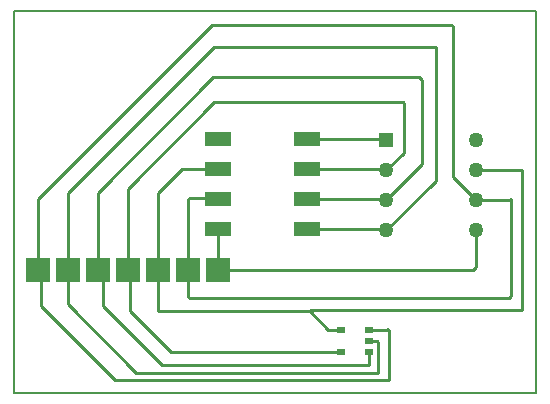
<source format=gbr>
G04 PROTEUS GERBER X2 FILE*
%TF.GenerationSoftware,Labcenter,Proteus,8.5-SP0-Build22067*%
%TF.CreationDate,2018-05-26T17:21:35+00:00*%
%TF.FileFunction,Copper,L16,Bot*%
%TF.FilePolarity,Positive*%
%TF.Part,Single*%
%FSLAX45Y45*%
%MOMM*%
G01*
%TA.AperFunction,NonConductor*%
%ADD14C,0.254000*%
%TA.AperFunction,SMDPad,CuDef*%
%ADD15R,0.635000X0.508000*%
%ADD16R,2.200000X1.200000*%
%TA.AperFunction,ComponentPad*%
%ADD10R,1.270000X1.270000*%
%ADD11C,1.270000*%
%ADD12R,2.032000X2.032000*%
%TA.AperFunction,Profile*%
%ADD13C,0.203200*%
D14*
X+382000Y+416000D02*
X+1041000Y+416000D01*
X+1051000Y+406000D01*
X+382000Y+162000D02*
X+1041000Y+162000D01*
X+1051000Y+152000D01*
X+382000Y-92000D02*
X+1041000Y-92000D01*
X+1051000Y-102000D01*
X+382000Y-346000D02*
X+1041000Y-346000D01*
X+1051000Y-356000D01*
X-378000Y-346000D02*
X-378000Y-695000D01*
X-379000Y-696000D01*
X+1784818Y-696000D01*
X+1810686Y-670132D01*
X+1810686Y-358314D01*
X+1813000Y-356000D01*
X+1813000Y-102000D02*
X+2093000Y-102000D01*
X+2102000Y-93000D01*
X+2102000Y-914232D01*
X+2089323Y-926909D01*
X-617443Y-926909D01*
X-630272Y-914080D01*
X-630272Y-698728D01*
X-633000Y-696000D01*
X-633000Y-102213D01*
X-617444Y-86657D01*
X-383343Y-86657D01*
X-378000Y-92000D01*
X-378000Y+162000D02*
X-683000Y+162000D01*
X-861000Y-16000D01*
X-887000Y-42000D01*
X-887000Y-696000D01*
X-1141000Y-696000D02*
X-1141000Y-7000D01*
X-406000Y+728000D01*
X+1190878Y+728000D01*
X+1197353Y+721525D01*
X+1197353Y+298353D01*
X+1051000Y+152000D01*
X-1395000Y-696000D02*
X-1395000Y-37864D01*
X-415318Y+941818D01*
X+1326182Y+941818D01*
X+1355000Y+913000D01*
X+1355000Y+202000D01*
X+1051000Y-102000D01*
X-1649000Y-696000D02*
X-1649000Y-41789D01*
X-410848Y+1196363D01*
X+1468494Y+1196363D01*
X+1468494Y+61494D01*
X+1051000Y-356000D01*
X-1903000Y-696000D02*
X-1903000Y-90142D01*
X-427313Y+1385545D01*
X+1599555Y+1385545D01*
X+1612383Y+1372717D01*
X+1612383Y+98617D01*
X+1813000Y-102000D01*
X+663080Y-1199480D02*
X+558925Y-1199480D01*
X+401445Y-1042000D01*
X-887000Y-696000D02*
X-887000Y-1039000D01*
X-867556Y-1042000D01*
X+401445Y-1042000D01*
X+414445Y-1029000D01*
X+2196000Y-1029000D01*
X+2202000Y+152000D01*
X+1813000Y+152000D01*
X+663080Y-1389980D02*
X-771020Y-1389980D01*
X-1119000Y-1042000D01*
X-1119000Y-718000D01*
X-1141000Y-696000D01*
X+901840Y-1389980D02*
X+901840Y-1494000D01*
X+880560Y-1498000D01*
X-850942Y-1498000D01*
X-1351745Y-997197D01*
X-1351745Y-739255D01*
X-1395000Y-696000D01*
X+901840Y-1293460D02*
X+973899Y-1293460D01*
X+983134Y-1302695D01*
X+983134Y-1564000D01*
X+909155Y-1564000D01*
X-842977Y-1564000D01*
X-1068619Y-1564000D01*
X-1649000Y-983619D01*
X-1649000Y-696000D01*
X+901840Y-1199480D02*
X+1055799Y-1199480D01*
X+1061690Y-1193589D01*
X+1074783Y-1206682D01*
X+1074783Y-1625000D01*
X-1243290Y-1625000D01*
X-1875457Y-992833D01*
X-1875457Y-723543D01*
X-1903000Y-696000D01*
D15*
X+901840Y-1199480D03*
X+901840Y-1293460D03*
X+901840Y-1389980D03*
X+663080Y-1389980D03*
X+663080Y-1199480D03*
D16*
X+382000Y+416000D03*
X+382000Y+162000D03*
X+382000Y-92000D03*
X+382000Y-346000D03*
X-378000Y-346000D03*
X-378000Y-92000D03*
X-378000Y+162000D03*
X-378000Y+416000D03*
D10*
X+1051000Y+406000D03*
D11*
X+1051000Y+152000D03*
X+1051000Y-102000D03*
X+1051000Y-356000D03*
X+1813000Y-356000D03*
X+1813000Y-102000D03*
X+1813000Y+152000D03*
X+1813000Y+406000D03*
D12*
X-1903000Y-696000D03*
X-1649000Y-696000D03*
X-1395000Y-696000D03*
X-1141000Y-696000D03*
X-887000Y-696000D03*
X-633000Y-696000D03*
X-379000Y-696000D03*
D13*
X-2100000Y-1735000D02*
X+2315000Y-1735000D01*
X+2315000Y+1502000D01*
X-2100000Y+1502000D01*
X-2100000Y-1735000D01*
M02*

</source>
